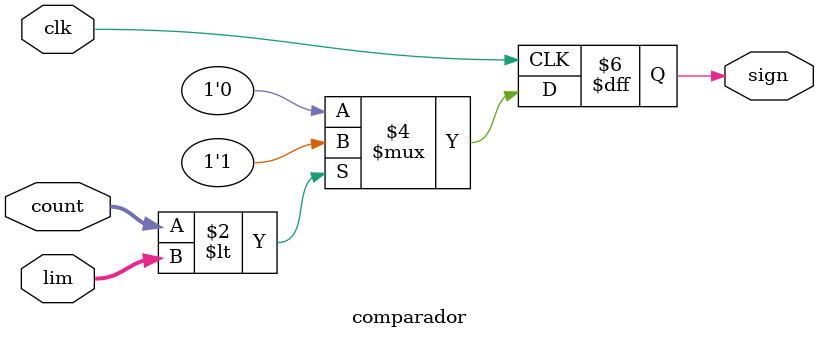
<source format=v>
module comparador(
	input clk,
	input wire [19:0] count,
	input wire [19:0] lim,
	output reg sign
	
);

/*
	25E6/(1/1ms) = 25 000
	25E6/(1/2ms) = 50 000


parameter LIMIT1 = 19'd250000;
parameter LIMIT2 = 19'd500000;
*/

always@(posedge clk)
begin
	if(count < lim)
		begin
			sign <= 1;
		end
	else
		begin
			sign <= 0;
		end
end
		
	
			 

endmodule
</source>
